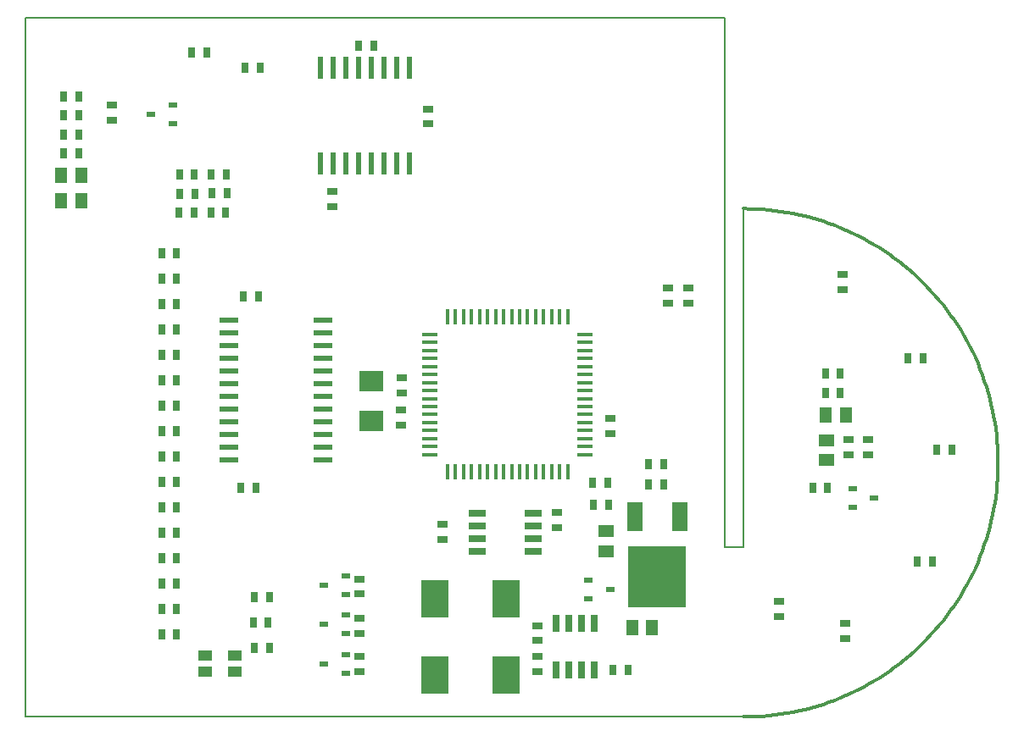
<source format=gtp>
G75*
%MOIN*%
%OFA0B0*%
%FSLAX24Y24*%
%IPPOS*%
%LPD*%
%AMOC8*
5,1,8,0,0,1.08239X$1,22.5*
%
%ADD10C,0.0120*%
%ADD11C,0.0080*%
%ADD12R,0.0394X0.0315*%
%ADD13R,0.0315X0.0394*%
%ADD14R,0.0591X0.0453*%
%ADD15R,0.0689X0.0256*%
%ADD16R,0.0453X0.0591*%
%ADD17R,0.0283X0.0701*%
%ADD18R,0.1100X0.1500*%
%ADD19R,0.0551X0.0433*%
%ADD20R,0.0236X0.0866*%
%ADD21R,0.0350X0.0236*%
%ADD22R,0.2283X0.2441*%
%ADD23R,0.0630X0.1181*%
%ADD24R,0.0160X0.0591*%
%ADD25R,0.0591X0.0160*%
%ADD26R,0.0945X0.0787*%
%ADD27R,0.0768X0.0217*%
D10*
X028400Y000974D02*
X028644Y000977D01*
X028887Y000986D01*
X029130Y001001D01*
X029373Y001021D01*
X029615Y001048D01*
X029856Y001081D01*
X030096Y001119D01*
X030336Y001163D01*
X030574Y001213D01*
X030811Y001269D01*
X031047Y001331D01*
X031281Y001398D01*
X031513Y001471D01*
X031744Y001550D01*
X031972Y001634D01*
X032199Y001724D01*
X032423Y001819D01*
X032645Y001920D01*
X032864Y002026D01*
X033080Y002137D01*
X033294Y002254D01*
X033505Y002375D01*
X033713Y002502D01*
X033918Y002634D01*
X034119Y002771D01*
X034317Y002913D01*
X034512Y003059D01*
X034703Y003210D01*
X034890Y003366D01*
X035073Y003526D01*
X035253Y003691D01*
X035428Y003860D01*
X035599Y004033D01*
X035766Y004211D01*
X035928Y004392D01*
X036086Y004577D01*
X036240Y004766D01*
X036389Y004959D01*
X036533Y005155D01*
X036672Y005355D01*
X036807Y005558D01*
X036936Y005765D01*
X037060Y005974D01*
X037179Y006186D01*
X037293Y006402D01*
X037402Y006619D01*
X037505Y006840D01*
X037603Y007063D01*
X037696Y007288D01*
X037783Y007516D01*
X037864Y007745D01*
X037940Y007977D01*
X038010Y008210D01*
X038075Y008445D01*
X038134Y008681D01*
X038187Y008919D01*
X038234Y009158D01*
X038275Y009398D01*
X038310Y009639D01*
X038340Y009880D01*
X038364Y010123D01*
X038381Y010366D01*
X038393Y010609D01*
X038399Y010852D01*
X038399Y011096D01*
X038393Y011339D01*
X038381Y011582D01*
X038364Y011825D01*
X038340Y012068D01*
X038310Y012309D01*
X038275Y012550D01*
X038234Y012790D01*
X038187Y013029D01*
X038134Y013267D01*
X038075Y013503D01*
X038010Y013738D01*
X037940Y013971D01*
X037864Y014203D01*
X037783Y014432D01*
X037696Y014660D01*
X037603Y014885D01*
X037505Y015108D01*
X037402Y015329D01*
X037293Y015546D01*
X037179Y015762D01*
X037060Y015974D01*
X036936Y016183D01*
X036807Y016390D01*
X036672Y016593D01*
X036533Y016793D01*
X036389Y016989D01*
X036240Y017182D01*
X036086Y017371D01*
X035928Y017556D01*
X035766Y017737D01*
X035599Y017915D01*
X035428Y018088D01*
X035253Y018257D01*
X035073Y018422D01*
X034890Y018582D01*
X034703Y018738D01*
X034512Y018889D01*
X034317Y019035D01*
X034119Y019177D01*
X033918Y019314D01*
X033713Y019446D01*
X033505Y019573D01*
X033294Y019694D01*
X033080Y019811D01*
X032864Y019922D01*
X032645Y020028D01*
X032423Y020129D01*
X032199Y020224D01*
X031972Y020314D01*
X031744Y020398D01*
X031513Y020477D01*
X031281Y020550D01*
X031047Y020617D01*
X030811Y020679D01*
X030574Y020735D01*
X030336Y020785D01*
X030096Y020829D01*
X029856Y020867D01*
X029615Y020900D01*
X029373Y020927D01*
X029130Y020947D01*
X028887Y020962D01*
X028644Y020971D01*
X028400Y020974D01*
D11*
X028400Y000974D02*
X000150Y000974D01*
X000150Y028474D01*
X027650Y028474D01*
X027650Y007667D01*
X028400Y007667D01*
X028400Y020974D01*
D12*
X026213Y017844D03*
X026213Y017254D03*
X025413Y017254D03*
X025413Y017844D03*
X023163Y012719D03*
X023163Y012129D03*
X021050Y009019D03*
X021050Y008429D03*
X020275Y004569D03*
X020275Y003979D03*
X020275Y003344D03*
X020275Y002754D03*
X016550Y007954D03*
X016550Y008544D03*
X013300Y006407D03*
X013300Y005816D03*
X013288Y004844D03*
X013288Y004254D03*
X013300Y003344D03*
X013300Y002754D03*
X014925Y012454D03*
X014925Y013044D03*
X014938Y013729D03*
X014938Y014319D03*
X012213Y021054D03*
X012213Y021644D03*
X016000Y024316D03*
X016000Y024907D03*
X003538Y025044D03*
X003538Y024454D03*
X029775Y005519D03*
X029775Y004929D03*
X032400Y004644D03*
X032400Y004054D03*
X032525Y011304D03*
X032525Y011894D03*
X033275Y011894D03*
X033275Y011304D03*
X032275Y017804D03*
X032275Y018394D03*
D13*
X034855Y015099D03*
X035445Y015099D03*
X032195Y014474D03*
X031605Y014474D03*
X031605Y013724D03*
X032195Y013724D03*
X035980Y011474D03*
X036570Y011474D03*
X035820Y007099D03*
X035230Y007099D03*
X031695Y009974D03*
X031105Y009974D03*
X025245Y010112D03*
X024655Y010112D03*
X024655Y010912D03*
X025245Y010912D03*
X023045Y010199D03*
X022455Y010199D03*
X022480Y009324D03*
X023070Y009324D03*
X023255Y002824D03*
X023845Y002824D03*
X009745Y003674D03*
X009155Y003674D03*
X009105Y004699D03*
X009695Y004699D03*
X009745Y005699D03*
X009155Y005699D03*
X006095Y005224D03*
X005505Y005224D03*
X005505Y004224D03*
X006095Y004224D03*
X006095Y006224D03*
X005505Y006224D03*
X005505Y007224D03*
X006095Y007224D03*
X006095Y008224D03*
X005505Y008224D03*
X005505Y009224D03*
X006095Y009224D03*
X006095Y010224D03*
X005505Y010224D03*
X005505Y011224D03*
X006095Y011224D03*
X006095Y012224D03*
X005505Y012224D03*
X005505Y013224D03*
X006095Y013224D03*
X006095Y014224D03*
X005505Y014224D03*
X005505Y015224D03*
X006095Y015224D03*
X006095Y016224D03*
X005505Y016224D03*
X005505Y017224D03*
X006095Y017224D03*
X006095Y018224D03*
X005505Y018224D03*
X005505Y019224D03*
X006095Y019224D03*
X006192Y020812D03*
X006783Y020812D03*
X007442Y020824D03*
X008033Y020824D03*
X008083Y021574D03*
X007492Y021574D03*
X006808Y021562D03*
X006217Y021562D03*
X006205Y022312D03*
X006795Y022312D03*
X007467Y022324D03*
X008058Y022324D03*
X008792Y026524D03*
X009383Y026524D03*
X007270Y027124D03*
X006680Y027124D03*
X002245Y025399D03*
X001655Y025399D03*
X001655Y024649D03*
X002245Y024649D03*
X002245Y023899D03*
X001655Y023899D03*
X001655Y023149D03*
X002245Y023149D03*
X008730Y017537D03*
X009320Y017537D03*
X009208Y009974D03*
X008617Y009974D03*
X013255Y027399D03*
X013845Y027399D03*
D14*
X031650Y011868D03*
X031650Y011080D03*
X022975Y008293D03*
X022975Y007505D03*
D15*
X020127Y007499D03*
X020127Y007999D03*
X020127Y008499D03*
X020127Y008999D03*
X017923Y008999D03*
X017923Y008499D03*
X017923Y007999D03*
X017923Y007499D03*
D16*
X024006Y004474D03*
X024794Y004474D03*
X031631Y012849D03*
X032419Y012849D03*
X002344Y021274D03*
X001556Y021274D03*
X001556Y022274D03*
X002344Y022274D03*
D17*
X021025Y004670D03*
X021525Y004670D03*
X022025Y004670D03*
X022525Y004670D03*
X022525Y002828D03*
X022025Y002828D03*
X021525Y002828D03*
X021025Y002828D03*
D18*
X019055Y002624D03*
X016245Y002624D03*
X016245Y005624D03*
X019055Y005624D03*
D19*
X008391Y003389D03*
X008391Y002759D03*
X007209Y002759D03*
X007209Y003389D03*
D20*
X011738Y022759D03*
X012238Y022759D03*
X012738Y022759D03*
X013238Y022759D03*
X013738Y022759D03*
X014238Y022759D03*
X014738Y022759D03*
X015238Y022759D03*
X015238Y026529D03*
X014738Y026529D03*
X014238Y026529D03*
X013738Y026529D03*
X013238Y026529D03*
X012738Y026529D03*
X012238Y026529D03*
X011738Y026529D03*
D21*
X005938Y025073D03*
X005938Y024325D03*
X005088Y024699D03*
X012750Y006523D03*
X012750Y005775D03*
X012750Y004998D03*
X011900Y004624D03*
X012750Y004250D03*
X012750Y003423D03*
X012750Y002675D03*
X011900Y003049D03*
X011900Y006149D03*
X022300Y006373D03*
X023150Y005999D03*
X022300Y005625D03*
X032675Y009225D03*
X033525Y009599D03*
X032675Y009973D03*
D22*
X025000Y006499D03*
D23*
X024102Y008857D03*
X025898Y008857D03*
D24*
X021475Y010610D03*
X021160Y010610D03*
X020845Y010610D03*
X020530Y010610D03*
X020215Y010610D03*
X019900Y010610D03*
X019585Y010610D03*
X019270Y010610D03*
X018955Y010610D03*
X018640Y010610D03*
X018325Y010610D03*
X018010Y010610D03*
X017695Y010610D03*
X017380Y010610D03*
X017065Y010610D03*
X016750Y010610D03*
X016750Y016713D03*
X017065Y016713D03*
X017380Y016713D03*
X017695Y016713D03*
X018010Y016713D03*
X018325Y016713D03*
X018640Y016713D03*
X018955Y016713D03*
X019270Y016713D03*
X019585Y016713D03*
X019900Y016713D03*
X020215Y016713D03*
X020530Y016713D03*
X020845Y016713D03*
X021160Y016713D03*
X021475Y016713D03*
D25*
X022164Y016024D03*
X022164Y015709D03*
X022164Y015394D03*
X022164Y015079D03*
X022164Y014764D03*
X022164Y014449D03*
X022164Y014134D03*
X022164Y013819D03*
X022164Y013504D03*
X022164Y013189D03*
X022164Y012874D03*
X022164Y012559D03*
X022164Y012244D03*
X022164Y011929D03*
X022164Y011614D03*
X022164Y011299D03*
X016061Y011299D03*
X016061Y011614D03*
X016061Y011929D03*
X016061Y012244D03*
X016061Y012559D03*
X016061Y012874D03*
X016061Y013189D03*
X016061Y013504D03*
X016061Y013819D03*
X016061Y014134D03*
X016061Y014449D03*
X016061Y014764D03*
X016061Y015079D03*
X016061Y015394D03*
X016061Y015709D03*
X016061Y016024D03*
D26*
X013750Y014187D03*
X013750Y012612D03*
D27*
X011863Y012574D03*
X011863Y012074D03*
X011863Y011574D03*
X011863Y011074D03*
X011863Y013074D03*
X011863Y013574D03*
X011863Y014074D03*
X011863Y014574D03*
X011863Y015074D03*
X011863Y015574D03*
X011863Y016074D03*
X011863Y016574D03*
X008162Y016574D03*
X008162Y016074D03*
X008162Y015574D03*
X008162Y015074D03*
X008162Y014574D03*
X008162Y014074D03*
X008162Y013574D03*
X008162Y013074D03*
X008162Y012574D03*
X008162Y012074D03*
X008162Y011574D03*
X008162Y011074D03*
M02*

</source>
